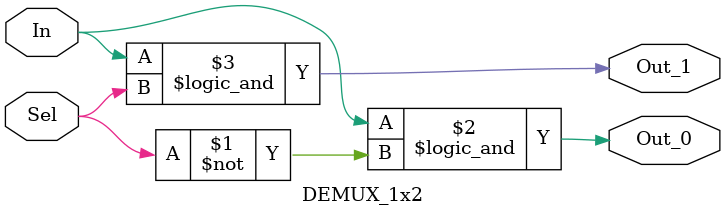
<source format=v>
`timescale 1ns / 1ps


module DEMUX_1x2(
                input In,
                input Sel,
                output Out_0,
                output Out_1
                );

assign Out_0 = In && ~Sel;
assign Out_1 = In && Sel;
                
endmodule

</source>
